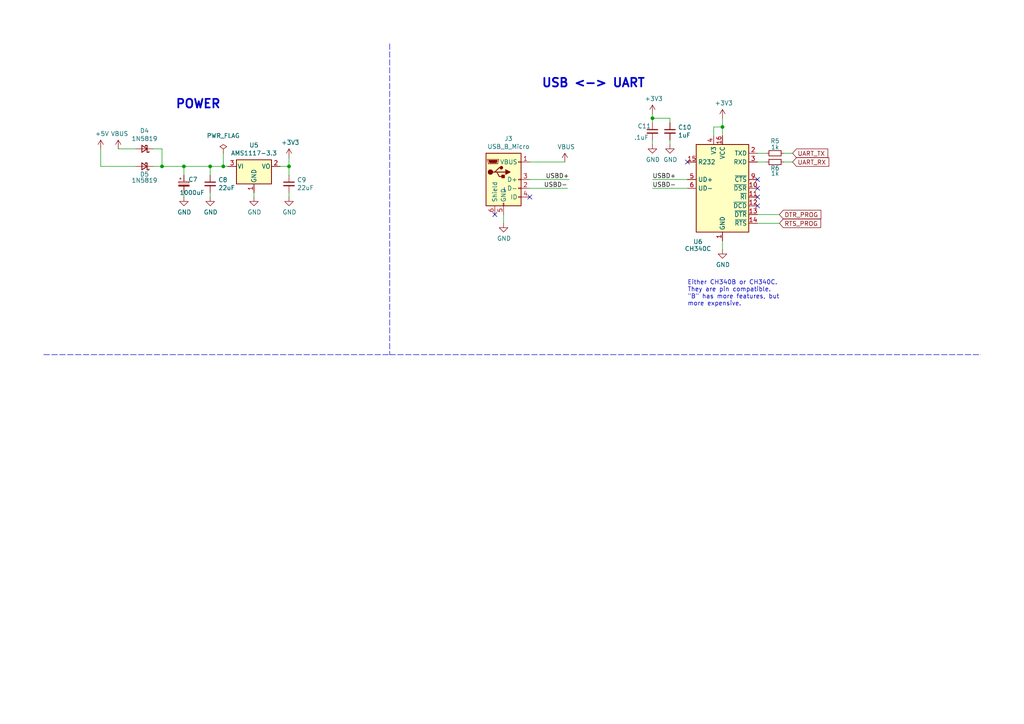
<source format=kicad_sch>
(kicad_sch (version 20211123) (generator eeschema)
  (paper "A4")
  (title_block (title "Unijoysticle 2+") (date "2022-01-02") (rev "H") (company "Retro Moe"))
  (lib_symbols
    (symbol "Connector:USB_B_Micro" (pin_names (offset 1.016))
      (property "Reference" "J" (at -5.08 11.43 0))
      (property "Value" "USB_B_Micro" (at -5.08 8.89 0))
      (symbol "USB_B_Micro_0_1"
        (rectangle (start -5.08 -7.62) (end 5.08 7.62) (stroke (width 0.254)) (fill (type background)))
        (circle (center -3.81 2.159) (radius 0.635) (stroke (width 0.254)) (fill (type outline)))
        (circle (center -0.635 3.429) (radius 0.381) (stroke (width 0.254)) (fill (type outline)))
        (rectangle (start -0.127 -7.62) (end 0.127 -6.858))
        (polyline (pts (xy -1.905 2.159) (xy 0.635 2.159)) (stroke (width 0.254)))
        (polyline (pts (xy -3.175 2.159) (xy -2.54 2.159) (xy -1.27 3.429) (xy -0.635 3.429)) (stroke (width 0.254)))
        (polyline (pts (xy -2.54 2.159) (xy -1.905 2.159) (xy -1.27 0.889) (xy 0 0.889)) (stroke (width 0.254)))
        (polyline (pts (xy 0.635 2.794) (xy 0.635 1.524) (xy 1.905 2.159) (xy 0.635 2.794)) (stroke (width 0.254)) (fill (type outline)))
        (polyline (pts (xy -4.318 5.588) (xy -1.778 5.588) (xy -2.032 4.826) (xy -4.064 4.826) (xy -4.318 5.588)) (fill (type outline)))
        (polyline (pts (xy -4.699 5.842) (xy -4.699 5.588) (xy -4.445 4.826) (xy -4.445 4.572) (xy -1.651 4.572) (xy -1.651 4.826) (xy -1.397 5.588) (xy -1.397 5.842) (xy -4.699 5.842)))
        (rectangle (start 0.254 1.27) (end -0.508 0.508) (stroke (width 0.254)) (fill (type outline)))
        (rectangle (start 5.08 -5.207) (end 4.318 -4.953))
        (rectangle (start 5.08 -2.667) (end 4.318 -2.413))
        (rectangle (start 5.08 -0.127) (end 4.318 0.127))
        (rectangle (start 5.08 4.953) (end 4.318 5.207))
      )
      (symbol "USB_B_Micro_1_1"
        (pin power_out line (at 7.62 5.08 180) (length 2.54) (name "VBUS") (number "1"))
        (pin bidirectional line (at 7.62 -2.54 180) (length 2.54) (name "D-") (number "2"))
        (pin bidirectional line (at 7.62 0 180) (length 2.54) (name "D+") (number "3"))
        (pin passive line (at 7.62 -5.08 180) (length 2.54) (name "ID") (number "4"))
        (pin power_out line (at 0 -10.16 90) (length 2.54) (name "GND") (number "5"))
        (pin passive line (at -2.54 -10.16 90) (length 2.54) (name "Shield") (number "6"))
      )
    )
    (symbol "Device:C_Polarized_Small" (pin_numbers hide) (pin_names (offset 0.254) hide)
      (property "Reference" "C" (at 0.254 1.778 0))
      (property "Value" "C_Polarized_Small" (at 0.254 -2.032 0))
      (symbol "C_Polarized_Small_0_1"
        (rectangle (start -1.524 -0.3048) (end 1.524 -0.6858) (fill (type outline)))
        (rectangle (start -1.524 0.6858) (end 1.524 0.3048))
        (polyline (pts (xy -1.27 1.524) (xy -0.762 1.524)))
        (polyline (pts (xy -1.016 1.27) (xy -1.016 1.778)))
      )
      (symbol "C_Polarized_Small_1_1"
        (pin passive line (at 0 2.54 270) (length 1.8542) (name "~") (number "1"))
        (pin passive line (at 0 -2.54 90) (length 1.8542) (name "~") (number "2"))
      )
    )
    (symbol "Device:C_Small" (pin_numbers hide) (pin_names (offset 0.254) hide)
      (property "Reference" "C" (at 0.254 1.778 0))
      (property "Value" "C_Small" (at 0.254 -2.032 0))
      (symbol "C_Small_0_1"
        (polyline (pts (xy -1.524 -0.508) (xy 1.524 -0.508)) (stroke (width 0.3302)))
        (polyline (pts (xy -1.524 0.508) (xy 1.524 0.508)) (stroke (width 0.3048)))
      )
      (symbol "C_Small_1_1"
        (pin passive line (at 0 2.54 270) (length 2.032) (name "~") (number "1"))
        (pin passive line (at 0 -2.54 90) (length 2.032) (name "~") (number "2"))
      )
    )
    (symbol "Device:D_Schottky_Small" (pin_numbers hide) (pin_names (offset 0.254) hide)
      (property "Reference" "D" (at -1.27 2.032 0))
      (property "Value" "D_Schottky_Small" (at -7.112 -2.032 0))
      (symbol "D_Schottky_Small_0_1"
        (polyline (pts (xy -0.762 0) (xy 0.762 0)))
        (polyline (pts (xy 0.762 -1.016) (xy -0.762 0) (xy 0.762 1.016) (xy 0.762 -1.016)) (stroke (width 0.254)))
        (polyline (pts (xy -1.27 0.762) (xy -1.27 1.016) (xy -0.762 1.016) (xy -0.762 -1.016) (xy -0.254 -1.016) (xy -0.254 -0.762)) (stroke (width 0.254)))
      )
      (symbol "D_Schottky_Small_1_1"
        (pin passive line (at -2.54 0 0) (length 1.778) (name "K") (number "1"))
        (pin passive line (at 2.54 0 180) (length 1.778) (name "A") (number "2"))
      )
    )
    (symbol "Device:R_Small" (pin_numbers hide) (pin_names (offset 0.254) hide)
      (property "Reference" "R" (at 0.762 0.508 0))
      (property "Value" "R_Small" (at 0.762 -1.016 0))
      (symbol "R_Small_0_1"
        (rectangle (start -0.762 1.778) (end 0.762 -1.778) (stroke (width 0.2032)))
      )
      (symbol "R_Small_1_1"
        (pin passive line (at 0 2.54 270) (length 0.762) (name "~") (number "1"))
        (pin passive line (at 0 -2.54 90) (length 0.762) (name "~") (number "2"))
      )
    )
    (symbol "Interface_USB:CH340C"
      (property "Reference" "U" (at -5.08 13.97 0))
      (property "Value" "CH340C" (at 1.27 13.97 0))
      (symbol "CH340C_0_1"
        (rectangle (start -7.62 12.7) (end 7.62 -12.7) (stroke (width 0.254)) (fill (type background)))
      )
      (symbol "CH340C_1_1"
        (pin power_in line (at 0 -15.24 90) (length 2.54) (name "GND") (number "1"))
        (pin input line (at 10.16 0 180) (length 2.54) (name "~{DSR}") (number "10"))
        (pin input line (at 10.16 -2.54 180) (length 2.54) (name "~{RI}") (number "11"))
        (pin input line (at 10.16 -5.08 180) (length 2.54) (name "~{DCD}") (number "12"))
        (pin output line (at 10.16 -7.62 180) (length 2.54) (name "~{DTR}") (number "13"))
        (pin output line (at 10.16 -10.16 180) (length 2.54) (name "~{RTS}") (number "14"))
        (pin input line (at -10.16 7.62 0) (length 2.54) (name "R232") (number "15"))
        (pin power_in line (at 0 15.24 270) (length 2.54) (name "VCC") (number "16"))
        (pin output line (at 10.16 10.16 180) (length 2.54) (name "TXD") (number "2"))
        (pin input line (at 10.16 7.62 180) (length 2.54) (name "RXD") (number "3"))
        (pin passive line (at -2.54 15.24 270) (length 2.54) (name "V3") (number "4"))
        (pin bidirectional line (at -10.16 2.54 0) (length 2.54) (name "UD+") (number "5"))
        (pin bidirectional line (at -10.16 0 0) (length 2.54) (name "UD-") (number "6"))
        (pin no_connect line (at -7.62 -7.62 0) (length 2.54) hide (name "NC") (number "7"))
        (pin no_connect line (at -7.62 -10.16 0) (length 2.54) hide (name "NC") (number "8"))
        (pin input line (at 10.16 2.54 180) (length 2.54) (name "~{CTS}") (number "9"))
      )
    )
    (symbol "Regulator_Linear:AMS1117-3.3" (pin_names (offset 0.254))
      (property "Reference" "U" (at -3.81 3.175 0))
      (property "Value" "AMS1117-3.3" (at 0 3.175 0))
      (symbol "AMS1117-3.3_0_1"
        (rectangle (start -5.08 -5.08) (end 5.08 1.905) (stroke (width 0.254)) (fill (type background)))
      )
      (symbol "AMS1117-3.3_1_1"
        (pin power_in line (at 0 -7.62 90) (length 2.54) (name "GND") (number "1"))
        (pin power_out line (at 7.62 0 180) (length 2.54) (name "VO") (number "2"))
        (pin power_in line (at -7.62 0 0) (length 2.54) (name "VI") (number "3"))
      )
    )
    (symbol "power:+3V3" (power) (pin_names (offset 0))
      (property "Value" "+3V3" (at 0 3.556 0))
      (symbol "+3V3_0_1"
        (polyline (pts (xy -0.762 1.27) (xy 0 2.54)))
        (polyline (pts (xy 0 0) (xy 0 2.54)))
        (polyline (pts (xy 0 2.54) (xy 0.762 1.27)))
      )
      (symbol "+3V3_1_1"
        (pin power_in line (at 0 0 90) (length 0) hide (name "+3V3") (number "1"))
      )
    )
    (symbol "power:+5V" (power) (pin_names (offset 0))
      (property "Value" "+5V" (at 0 3.556 0))
      (symbol "+5V_0_1"
        (polyline (pts (xy -0.762 1.27) (xy 0 2.54)))
        (polyline (pts (xy 0 0) (xy 0 2.54)))
        (polyline (pts (xy 0 2.54) (xy 0.762 1.27)))
      )
      (symbol "+5V_1_1"
        (pin power_in line (at 0 0 90) (length 0) hide (name "+5V") (number "1"))
      )
    )
    (symbol "power:GND" (power) (pin_names (offset 0))
      (property "Value" "GND" (at 0 -3.81 0))
      (symbol "GND_0_1"
        (polyline (pts (xy 0 0) (xy 0 -1.27) (xy 1.27 -1.27) (xy 0 -2.54) (xy -1.27 -1.27) (xy 0 -1.27)))
      )
      (symbol "GND_1_1"
        (pin power_in line (at 0 0 270) (length 0) hide (name "GND") (number "1"))
      )
    )
    (symbol "power:PWR_FLAG" (power) (pin_numbers hide) (pin_names (offset 0) hide)
      (property "Value" "PWR_FLAG" (at 0 3.81 0))
      (symbol "PWR_FLAG_0_0"
        (pin power_out line (at 0 0 90) (length 0) (name "pwr") (number "1"))
      )
      (symbol "PWR_FLAG_0_1"
        (polyline (pts (xy 0 0) (xy 0 1.27) (xy -1.016 1.905) (xy 0 2.54) (xy 1.016 1.905) (xy 0 1.27)))
      )
    )
    (symbol "power:VBUS" (power) (pin_names (offset 0))
      (property "Value" "VBUS" (at 0 3.81 0))
      (symbol "VBUS_0_1"
        (polyline (pts (xy -0.762 1.27) (xy 0 2.54)))
        (polyline (pts (xy 0 0) (xy 0 2.54)))
        (polyline (pts (xy 0 2.54) (xy 0.762 1.27)))
      )
      (symbol "VBUS_1_1"
        (pin power_in line (at 0 0 90) (length 0) hide (name "VBUS") (number "1"))
      )
    )
  )
  (junction (at 209.55 36.83))
  (junction (at 60.96 48.26))
  (junction (at 64.77 48.26))
  (junction (at 83.82 48.26))
  (junction (at 189.23 34.29))
  (junction (at 53.34 48.26))
  (junction (at 46.99 48.26))
  (no_connect (at 219.71 52.07))
  (no_connect (at 219.71 54.61))
  (no_connect (at 219.71 57.15))
  (no_connect (at 219.71 59.69))
  (no_connect (at 153.67 57.15))
  (no_connect (at 199.39 46.99))
  (no_connect (at 143.51 62.23))
  (wire (pts (xy 73.66 55.88) (xy 73.66 57.15)))
  (wire (pts (xy 60.96 48.26) (xy 60.96 50.8)))
  (wire (pts (xy 194.31 40.64) (xy 194.31 41.91)))
  (wire (pts (xy 29.21 48.26) (xy 29.21 43.18)))
  (polyline (pts (xy 12.7 102.87) (xy 113.03 102.87)))
  (wire (pts (xy 209.55 36.83) (xy 209.55 39.37)))
  (wire (pts (xy 83.82 55.88) (xy 83.82 57.15)))
  (wire (pts (xy 53.34 55.88) (xy 53.34 57.15)))
  (wire (pts (xy 146.05 62.23) (xy 146.05 64.77)))
  (wire (pts (xy 53.34 48.26) (xy 60.96 48.26)))
  (wire (pts (xy 53.34 48.26) (xy 53.34 50.8)))
  (wire (pts (xy 83.82 48.26) (xy 83.82 50.8)))
  (wire (pts (xy 83.82 48.26) (xy 81.28 48.26)))
  (wire (pts (xy 219.71 46.99) (xy 222.25 46.99)))
  (wire (pts (xy 189.23 34.29) (xy 189.23 35.56)))
  (wire (pts (xy 60.96 48.26) (xy 64.77 48.26)))
  (wire (pts (xy 153.67 46.99) (xy 163.83 46.99)))
  (wire (pts (xy 153.67 54.61) (xy 164.592 54.61)))
  (wire (pts (xy 207.01 36.83) (xy 207.01 39.37)))
  (wire (pts (xy 153.67 52.07) (xy 165.1 52.07)))
  (wire (pts (xy 46.99 43.18) (xy 46.99 48.26)))
  (wire (pts (xy 219.71 44.45) (xy 222.25 44.45)))
  (wire (pts (xy 219.71 62.23) (xy 226.06 62.23)))
  (wire (pts (xy 189.23 34.29) (xy 194.31 34.29)))
  (wire (pts (xy 46.99 48.26) (xy 53.34 48.26)))
  (wire (pts (xy 209.55 34.29) (xy 209.55 36.83)))
  (wire (pts (xy 219.71 64.77) (xy 226.06 64.77)))
  (wire (pts (xy 83.82 45.72) (xy 83.82 48.26)))
  (wire (pts (xy 29.21 48.26) (xy 39.37 48.26)))
  (wire (pts (xy 44.45 48.26) (xy 46.99 48.26)))
  (wire (pts (xy 189.23 54.61) (xy 199.39 54.61)))
  (wire (pts (xy 39.37 43.18) (xy 34.29 43.18)))
  (wire (pts (xy 189.23 52.07) (xy 199.39 52.07)))
  (polyline (pts (xy 146.304 55.626) (xy 146.304 54.356)))
  (wire (pts (xy 60.96 57.15) (xy 60.96 55.88)))
  (wire (pts (xy 194.31 34.29) (xy 194.31 35.56)))
  (wire (pts (xy 189.23 33.02) (xy 189.23 34.29)))
  (wire (pts (xy 227.33 44.45) (xy 229.87 44.45)))
  (wire (pts (xy 189.23 40.64) (xy 189.23 41.91)))
  (wire (pts (xy 209.55 36.83) (xy 207.01 36.83)))
  (polyline (pts (xy 113.03 12.7) (xy 113.03 102.87)))
  (wire (pts (xy 227.33 46.99) (xy 229.87 46.99)))
  (wire (pts (xy 44.45 43.18) (xy 46.99 43.18)))
  (wire (pts (xy 64.77 44.45) (xy 64.77 48.26)))
  (wire (pts (xy 209.55 69.85) (xy 209.55 72.39)))
  (wire (pts (xy 64.77 48.26) (xy 66.04 48.26)))
  (polyline (pts (xy 113.03 102.87) (xy 284.48 102.87)))
  (text "Either CH340B or CH340C.\nThey are pin compatible.\n\"B\" has more features, but\nmore expensive." (at 199.39 88.9 0) (effects (font (size 1.27 1.27)) (justify left bottom)))
  (text "USB <-> UART" (at 156.972 25.654 0) (effects (font (size 2.4892 2.4892) (thickness 0.4978) bold) (justify left bottom)))
  (text "POWER" (at 50.8 31.75 0) (effects (font (size 2.4892 2.4892) (thickness 0.4978) bold) (justify left bottom)))
  (label "USBD-" (at 164.592 54.61 180))
  (label "USBD+" (at 189.23 52.07 0))
  (label "USBD-" (at 189.23 54.61 0))
  (label "USBD+" (at 165.1 52.07 180))
  (global_label "RTS_PROG" (shape input) (at 226.06 64.77 0) (property "Intersheet References" "${INTERSHEET_REFS}" (effects hide)))
  (global_label "DTR_PROG" (shape input) (at 226.06 62.23 0) (property "Intersheet References" "${INTERSHEET_REFS}" (effects hide)))
  (global_label "UART_RX" (shape input) (at 229.87 46.99 0) (property "Intersheet References" "${INTERSHEET_REFS}" (effects hide)))
  (global_label "UART_TX" (shape input) (at 229.87 44.45 0) (property "Intersheet References" "${INTERSHEET_REFS}" (effects hide)))
  (symbol (lib_id "power:VBUS") (at 163.83 46.99 0) (unit 1)
    (property "Reference" "#PWR025" (effects hide))
    (property "Value" "VBUS" (at 164.211 42.5958 0))
  )
  (symbol (lib_id "Device:C_Small") (at 60.96 53.34 0) (unit 1)
    (property "Reference" "C8" (at 63.2968 52.1716 0) (effects (justify left)))
    (property "Value" "22uF" (at 63.2968 54.483 0) (effects (justify left)))
    (property "Footprint" "Capacitor_SMD:C_0805_2012Metric_Pad1.18x1.45mm_HandSolder" (effects hide))
    (property "LCSC" "C45783" (effects hide))
  )
  (symbol (lib_id "power:GND") (at 73.66 57.15 0) (unit 1)
    (property "Reference" "#PWR026" (effects hide))
    (property "Value" "GND" (at 73.787 61.5442 0))
  )
  (symbol (lib_id "power:GND") (at 60.96 57.15 0) (unit 1)
    (property "Reference" "#PWR024" (effects hide))
    (property "Value" "GND" (at 61.087 61.5442 0))
  )
  (symbol (lib_id "Device:C_Small") (at 83.82 53.34 0) (unit 1)
    (property "Reference" "C9" (at 86.1568 52.1716 0) (effects (justify left)))
    (property "Value" "22uF" (at 86.1568 54.483 0) (effects (justify left)))
    (property "Footprint" "Capacitor_SMD:C_0805_2012Metric_Pad1.18x1.45mm_HandSolder" (effects hide))
    (property "LCSC" "C45783" (effects hide))
  )
  (symbol (lib_id "power:GND") (at 83.82 57.15 0) (unit 1)
    (property "Reference" "#PWR029" (effects hide))
    (property "Value" "GND" (at 83.947 61.5442 0))
  )
  (symbol (lib_id "power:+3V3") (at 83.82 45.72 0) (unit 1)
    (property "Reference" "#PWR028" (effects hide))
    (property "Value" "+3V3" (at 84.201 41.3258 0))
  )
  (symbol (lib_id "Regulator_Linear:AMS1117-3.3") (at 73.66 48.26 0) (unit 1)
    (property "Reference" "U5" (at 73.66 42.1132 0))
    (property "Value" "AMS1117-3.3" (at 73.66 44.4246 0))
    (property "Footprint" "Package_TO_SOT_SMD:SOT-223-3_TabPin2" (effects hide))
    (property "Datasheet" "http://www.advanced-monolithic.com/pdf/ds1117.pdf" (effects hide))
    (property "LCSC" "C6186" (effects hide))
  )
  (symbol (lib_id "Interface_USB:CH340C") (at 209.55 54.61 0) (unit 1)
    (property "Reference" "U6" (at 202.438 70.104 0))
    (property "Value" "CH340C" (at 202.438 72.136 0))
    (property "Footprint" "Package_SO:SOIC-16_3.9x9.9mm_P1.27mm" (effects hide))
    (property "Datasheet" "https://datasheet.lcsc.com/szlcsc/Jiangsu-Qin-Heng-CH340C_C84681.pdf" (effects hide))
    (property "LCSC" "C84681" (effects hide))
  )
  (symbol (lib_id "power:GND") (at 189.23 41.91 0) (unit 1)
    (property "Reference" "#PWR0103" (effects hide))
    (property "Value" "GND" (at 189.357 46.3042 0))
  )
  (symbol (lib_id "Device:C_Small") (at 189.23 38.1 0) (unit 1)
    (property "Reference" "C11" (at 184.912 36.576 0) (effects (justify left)))
    (property "Value" ".1uF" (at 183.896 39.878 0) (effects (justify left)))
    (property "Footprint" "Capacitor_SMD:C_0805_2012Metric_Pad1.18x1.45mm_HandSolder" (effects hide))
    (property "LCSC" "C49678" (effects hide))
  )
  (symbol (lib_id "power:VBUS") (at 34.29 43.18 0) (unit 1)
    (property "Reference" "#PWR022" (effects hide))
    (property "Value" "VBUS" (at 34.671 38.7858 0))
  )
  (symbol (lib_id "power:GND") (at 53.34 57.15 0) (unit 1)
    (property "Reference" "#PWR018" (effects hide))
    (property "Value" "GND" (at 53.467 61.5442 0))
  )
  (symbol (lib_id "Device:R_Small") (at 224.79 44.45 270) (unit 1)
    (property "Reference" "R5" (at 224.79 40.894 90))
    (property "Value" "1k" (at 224.79 42.672 90))
    (property "Footprint" "Resistor_SMD:R_0805_2012Metric_Pad1.20x1.40mm_HandSolder" (effects hide))
    (property "LCSC" "C17513" (effects hide))
  )
  (symbol (lib_id "power:+3V3") (at 209.55 34.29 0) (unit 1)
    (property "Reference" "#PWR0101" (effects hide))
    (property "Value" "+3V3" (at 209.931 29.8958 0))
  )
  (symbol (lib_id "power:GND") (at 209.55 72.39 0) (unit 1)
    (property "Reference" "#PWR0102" (effects hide))
    (property "Value" "GND" (at 209.677 76.7842 0))
  )
  (symbol (lib_id "power:+3V3") (at 189.23 33.02 0) (unit 1)
    (property "Reference" "#PWR0105" (effects hide))
    (property "Value" "+3V3" (at 189.611 28.6258 0))
  )
  (symbol (lib_id "Device:C_Small") (at 194.31 38.1 0) (unit 1)
    (property "Reference" "C10" (at 196.6468 36.9316 0) (effects (justify left)))
    (property "Value" "1uF" (at 196.6468 39.243 0) (effects (justify left)))
    (property "Footprint" "Capacitor_SMD:C_0805_2012Metric_Pad1.18x1.45mm_HandSolder" (effects hide))
    (property "LCSC" "C28323" (effects hide))
  )
  (symbol (lib_id "power:GND") (at 194.31 41.91 0) (unit 1)
    (property "Reference" "#PWR0106" (effects hide))
    (property "Value" "GND" (at 194.437 46.3042 0))
  )
  (symbol (lib_id "power:GND") (at 146.05 64.77 0) (unit 1)
    (property "Reference" "#PWR0107" (effects hide))
    (property "Value" "GND" (at 146.177 69.1642 0))
  )
  (symbol (lib_id "Device:R_Small") (at 224.79 46.99 270) (unit 1)
    (property "Reference" "R6" (at 224.79 48.768 90))
    (property "Value" "1k" (at 224.79 50.292 90))
    (property "Footprint" "Resistor_SMD:R_0805_2012Metric_Pad1.20x1.40mm_HandSolder" (effects hide))
    (property "LCSC" "C17513" (effects hide))
  )
  (symbol (lib_id "Device:D_Schottky_Small") (at 41.91 43.18 180) (unit 1)
    (property "Reference" "D4" (at 41.91 37.9222 0))
    (property "Value" "1N5819" (at 41.91 40.2336 0))
    (property "Footprint" "Diode_SMD:D_SOD-123" (effects hide))
    (property "LCSC" "C8598" (effects hide))
  )
  (symbol (lib_id "Device:D_Schottky_Small") (at 41.91 48.26 180) (unit 1)
    (property "Reference" "D5" (at 41.91 50.546 0))
    (property "Value" "1N5819" (at 41.91 52.324 0))
    (property "Footprint" "Diode_SMD:D_SOD-123" (effects hide))
    (property "LCSC" "C8598" (effects hide))
  )
  (symbol (lib_id "Connector:USB_B_Micro") (at 146.05 52.07 0) (unit 1)
    (property "Reference" "J3" (at 147.4978 40.2082 0))
    (property "Value" "USB_B_Micro" (at 147.4978 42.5196 0))
    (property "Footprint" "Connector_USB:USB_Micro-B_Amphenol_10118194_Horizontal" (effects hide))
    (property "LCSC" "C132563" (effects hide))
  )
  (symbol (lib_id "power:+5V") (at 29.21 43.18 0) (unit 1)
    (property "Reference" "#PWR0109" (effects hide))
    (property "Value" "+5V" (at 29.591 38.7858 0))
  )
  (symbol (lib_id "power:PWR_FLAG") (at 64.77 44.45 0) (unit 1)
    (property "Reference" "#FLG0101" (effects hide))
    (property "Value" "PWR_FLAG" (at 64.77 39.37 0))
  )
  (symbol (lib_id "Device:C_Polarized_Small") (at 53.34 53.34 0) (unit 1)
    (property "Reference" "C7" (at 54.61 52.07 0) (effects (justify left)))
    (property "Value" "1000uF" (at 52.07 55.88 0) (effects (justify left)))
    (property "Footprint" "Capacitor_SMD:CP_Elec_10x10" (effects hide))
  )
)
</source>
